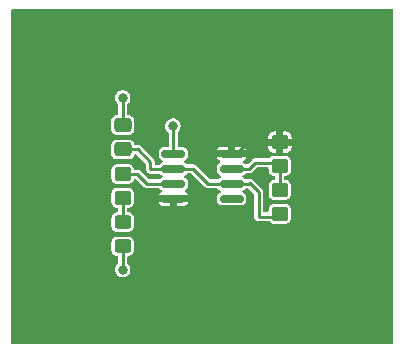
<source format=gbr>
%TF.GenerationSoftware,KiCad,Pcbnew,(6.0.11)*%
%TF.CreationDate,2023-09-04T13:57:39-04:00*%
%TF.ProjectId,BlinkyProject,426c696e-6b79-4507-926f-6a6563742e6b,rev?*%
%TF.SameCoordinates,Original*%
%TF.FileFunction,Copper,L1,Top*%
%TF.FilePolarity,Positive*%
%FSLAX46Y46*%
G04 Gerber Fmt 4.6, Leading zero omitted, Abs format (unit mm)*
G04 Created by KiCad (PCBNEW (6.0.11)) date 2023-09-04 13:57:39*
%MOMM*%
%LPD*%
G01*
G04 APERTURE LIST*
G04 Aperture macros list*
%AMRoundRect*
0 Rectangle with rounded corners*
0 $1 Rounding radius*
0 $2 $3 $4 $5 $6 $7 $8 $9 X,Y pos of 4 corners*
0 Add a 4 corners polygon primitive as box body*
4,1,4,$2,$3,$4,$5,$6,$7,$8,$9,$2,$3,0*
0 Add four circle primitives for the rounded corners*
1,1,$1+$1,$2,$3*
1,1,$1+$1,$4,$5*
1,1,$1+$1,$6,$7*
1,1,$1+$1,$8,$9*
0 Add four rect primitives between the rounded corners*
20,1,$1+$1,$2,$3,$4,$5,0*
20,1,$1+$1,$4,$5,$6,$7,0*
20,1,$1+$1,$6,$7,$8,$9,0*
20,1,$1+$1,$8,$9,$2,$3,0*%
G04 Aperture macros list end*
%TA.AperFunction,SMDPad,CuDef*%
%ADD10RoundRect,0.250000X0.450000X-0.325000X0.450000X0.325000X-0.450000X0.325000X-0.450000X-0.325000X0*%
%TD*%
%TA.AperFunction,SMDPad,CuDef*%
%ADD11RoundRect,0.250000X-0.450000X0.350000X-0.450000X-0.350000X0.450000X-0.350000X0.450000X0.350000X0*%
%TD*%
%TA.AperFunction,SMDPad,CuDef*%
%ADD12RoundRect,0.250000X0.475000X-0.337500X0.475000X0.337500X-0.475000X0.337500X-0.475000X-0.337500X0*%
%TD*%
%TA.AperFunction,SMDPad,CuDef*%
%ADD13RoundRect,0.150000X-0.825000X-0.150000X0.825000X-0.150000X0.825000X0.150000X-0.825000X0.150000X0*%
%TD*%
%TA.AperFunction,ViaPad*%
%ADD14C,0.800000*%
%TD*%
%TA.AperFunction,Conductor*%
%ADD15C,0.250000*%
%TD*%
G04 APERTURE END LIST*
D10*
%TO.P,D1,1,K*%
%TO.N,GND*%
X159525000Y-126980000D03*
%TO.P,D1,2,A*%
%TO.N,Net-(D1-Pad2)*%
X159525000Y-124930000D03*
%TD*%
D11*
%TO.P,R3,1*%
%TO.N,Net-(R3-Pad1)*%
X159525000Y-120855000D03*
%TO.P,R3,2*%
%TO.N,Net-(D1-Pad2)*%
X159525000Y-122855000D03*
%TD*%
D12*
%TO.P,C1,1*%
%TO.N,/THR*%
X159525000Y-118780000D03*
%TO.P,C1,2*%
%TO.N,GND*%
X159525000Y-116705000D03*
%TD*%
D13*
%TO.P,U1,1,GND*%
%TO.N,GND*%
X163800000Y-119150000D03*
%TO.P,U1,2,~{TRIG}*%
%TO.N,/THR*%
X163800000Y-120420000D03*
%TO.P,U1,3,OUT*%
%TO.N,Net-(R3-Pad1)*%
X163800000Y-121690000D03*
%TO.P,U1,4,~{RST}*%
%TO.N,/VDD*%
X163800000Y-122960000D03*
%TO.P,U1,5,CTRL*%
%TO.N,unconnected-(U1-Pad5)*%
X168750000Y-122960000D03*
%TO.P,U1,6,THR*%
%TO.N,/THR*%
X168750000Y-121690000D03*
%TO.P,U1,7,DIS*%
%TO.N,/DIS*%
X168750000Y-120420000D03*
%TO.P,U1,8,VDD*%
%TO.N,/VDD*%
X168750000Y-119150000D03*
%TD*%
D11*
%TO.P,R2,1*%
%TO.N,/DIS*%
X172825000Y-122205000D03*
%TO.P,R2,2*%
%TO.N,/THR*%
X172825000Y-124205000D03*
%TD*%
%TO.P,R1,1*%
%TO.N,/VDD*%
X172825000Y-118155000D03*
%TO.P,R1,2*%
%TO.N,/DIS*%
X172825000Y-120155000D03*
%TD*%
D14*
%TO.N,/VDD*%
X153525000Y-115155000D03*
X178975000Y-115555000D03*
%TO.N,GND*%
X159525000Y-128955000D03*
X163775000Y-116805000D03*
X159525000Y-114405000D03*
%TD*%
D15*
%TO.N,/VDD*%
X169126751Y-119150000D02*
X170121751Y-118155000D01*
X170121751Y-118155000D02*
X172825000Y-118155000D01*
X168750000Y-119150000D02*
X169126751Y-119150000D01*
%TO.N,GND*%
X163800000Y-116830000D02*
X163775000Y-116805000D01*
X159525000Y-126980000D02*
X159525000Y-128955000D01*
X159525000Y-116705000D02*
X159525000Y-114405000D01*
X163800000Y-119150000D02*
X163800000Y-116830000D01*
%TO.N,/THR*%
X161875000Y-119855000D02*
X161875000Y-120455000D01*
X165490000Y-120420000D02*
X166760000Y-121690000D01*
X161875000Y-120455000D02*
X163765000Y-120455000D01*
X172575000Y-124455000D02*
X172825000Y-124205000D01*
X163765000Y-120455000D02*
X163800000Y-120420000D01*
X160800000Y-118780000D02*
X161875000Y-119855000D01*
X171025000Y-122405000D02*
X171025000Y-124455000D01*
X170240000Y-121690000D02*
X170275000Y-121655000D01*
X171025000Y-124455000D02*
X172575000Y-124455000D01*
X168750000Y-121690000D02*
X170240000Y-121690000D01*
X170275000Y-121655000D02*
X171025000Y-122405000D01*
X163800000Y-120420000D02*
X165490000Y-120420000D01*
X159525000Y-118780000D02*
X160800000Y-118780000D01*
X166760000Y-121690000D02*
X168750000Y-121690000D01*
%TO.N,Net-(D1-Pad2)*%
X159525000Y-122855000D02*
X159525000Y-124930000D01*
%TO.N,/DIS*%
X170725000Y-119905000D02*
X172575000Y-119905000D01*
X168750000Y-120420000D02*
X170210000Y-120420000D01*
X172825000Y-120155000D02*
X172825000Y-122205000D01*
X170210000Y-120420000D02*
X170725000Y-119905000D01*
X172575000Y-119905000D02*
X172825000Y-120155000D01*
%TO.N,Net-(R3-Pad1)*%
X159525000Y-120855000D02*
X160775000Y-120855000D01*
X160775000Y-120855000D02*
X161610000Y-121690000D01*
X161610000Y-121690000D02*
X163800000Y-121690000D01*
%TD*%
%TA.AperFunction,Conductor*%
%TO.N,/VDD*%
G36*
X182367539Y-106925185D02*
G01*
X182413294Y-106977989D01*
X182424500Y-107029500D01*
X182424500Y-135130500D01*
X182404815Y-135197539D01*
X182352011Y-135243294D01*
X182300500Y-135254500D01*
X150199500Y-135254500D01*
X150132461Y-135234815D01*
X150086706Y-135182011D01*
X150075500Y-135130500D01*
X150075500Y-126607623D01*
X158574500Y-126607623D01*
X158574501Y-127352376D01*
X158581149Y-127413580D01*
X158631474Y-127547824D01*
X158717454Y-127662546D01*
X158724519Y-127667841D01*
X158825109Y-127743230D01*
X158825111Y-127743231D01*
X158832176Y-127748526D01*
X158966420Y-127798851D01*
X158993846Y-127801831D01*
X159024286Y-127805138D01*
X159024296Y-127805139D01*
X159027623Y-127805500D01*
X159030981Y-127805500D01*
X159032202Y-127805566D01*
X159098080Y-127828846D01*
X159140914Y-127884046D01*
X159149500Y-127929385D01*
X159149500Y-128362915D01*
X159129815Y-128429954D01*
X159107015Y-128456357D01*
X159038034Y-128516533D01*
X158947501Y-128645348D01*
X158890309Y-128792039D01*
X158869758Y-128948138D01*
X158870578Y-128955566D01*
X158870578Y-128955568D01*
X158872474Y-128972744D01*
X158887035Y-129104633D01*
X158941143Y-129252490D01*
X159028958Y-129383172D01*
X159051183Y-129403395D01*
X159139878Y-129484102D01*
X159139882Y-129484105D01*
X159145410Y-129489135D01*
X159283776Y-129564262D01*
X159386031Y-129591088D01*
X159428841Y-129602319D01*
X159428843Y-129602319D01*
X159436069Y-129604215D01*
X159513127Y-129605425D01*
X159586025Y-129606571D01*
X159586028Y-129606571D01*
X159593495Y-129606688D01*
X159600776Y-129605020D01*
X159600780Y-129605020D01*
X159739681Y-129573207D01*
X159746968Y-129571538D01*
X159887625Y-129500795D01*
X159893306Y-129495943D01*
X159893309Y-129495941D01*
X160001666Y-129403395D01*
X160001667Y-129403394D01*
X160007348Y-129398542D01*
X160018393Y-129383172D01*
X160038798Y-129354775D01*
X160099224Y-129270683D01*
X160157950Y-129124598D01*
X160159793Y-129111649D01*
X160179562Y-128972744D01*
X160179562Y-128972740D01*
X160180134Y-128968723D01*
X160180278Y-128955000D01*
X160161363Y-128798694D01*
X160105710Y-128651412D01*
X160097337Y-128639229D01*
X160020768Y-128527821D01*
X160020765Y-128527818D01*
X160016531Y-128521657D01*
X159942011Y-128455262D01*
X159905052Y-128395968D01*
X159900500Y-128362679D01*
X159900500Y-127929384D01*
X159920185Y-127862345D01*
X159972989Y-127816590D01*
X160017796Y-127805565D01*
X160019015Y-127805499D01*
X160022376Y-127805499D01*
X160083580Y-127798851D01*
X160217824Y-127748526D01*
X160224889Y-127743231D01*
X160224891Y-127743230D01*
X160325481Y-127667841D01*
X160332546Y-127662546D01*
X160418526Y-127547824D01*
X160468851Y-127413580D01*
X160475500Y-127352377D01*
X160475499Y-126607624D01*
X160468851Y-126546420D01*
X160418526Y-126412176D01*
X160332546Y-126297454D01*
X160325481Y-126292159D01*
X160224891Y-126216770D01*
X160224889Y-126216769D01*
X160217824Y-126211474D01*
X160083580Y-126161149D01*
X160022377Y-126154500D01*
X159525075Y-126154500D01*
X159027624Y-126154501D01*
X158966420Y-126161149D01*
X158832176Y-126211474D01*
X158825111Y-126216769D01*
X158825109Y-126216770D01*
X158724519Y-126292159D01*
X158717454Y-126297454D01*
X158631474Y-126412176D01*
X158581149Y-126546420D01*
X158574500Y-126607623D01*
X150075500Y-126607623D01*
X150075500Y-124557623D01*
X158574500Y-124557623D01*
X158574501Y-125302376D01*
X158581149Y-125363580D01*
X158631474Y-125497824D01*
X158717454Y-125612546D01*
X158724519Y-125617841D01*
X158825109Y-125693230D01*
X158825111Y-125693231D01*
X158832176Y-125698526D01*
X158966420Y-125748851D01*
X159027623Y-125755500D01*
X159524926Y-125755500D01*
X160022376Y-125755499D01*
X160083580Y-125748851D01*
X160217824Y-125698526D01*
X160224889Y-125693231D01*
X160224891Y-125693230D01*
X160325481Y-125617841D01*
X160332546Y-125612546D01*
X160418526Y-125497824D01*
X160468851Y-125363580D01*
X160475500Y-125302377D01*
X160475499Y-124557624D01*
X160468851Y-124496420D01*
X160418526Y-124362176D01*
X160332546Y-124247454D01*
X160325481Y-124242159D01*
X160224891Y-124166770D01*
X160224889Y-124166769D01*
X160217824Y-124161474D01*
X160083580Y-124111149D01*
X160056154Y-124108169D01*
X160025714Y-124104862D01*
X160025704Y-124104861D01*
X160022377Y-124104500D01*
X160019019Y-124104500D01*
X160017798Y-124104434D01*
X159951920Y-124081154D01*
X159909086Y-124025954D01*
X159900500Y-123980615D01*
X159900500Y-123829384D01*
X159920185Y-123762345D01*
X159972989Y-123716590D01*
X160017796Y-123705565D01*
X160019015Y-123705499D01*
X160022376Y-123705499D01*
X160083580Y-123698851D01*
X160217824Y-123648526D01*
X160224889Y-123643231D01*
X160224891Y-123643230D01*
X160325481Y-123567841D01*
X160332546Y-123562546D01*
X160371553Y-123510500D01*
X160413230Y-123454891D01*
X160413231Y-123454889D01*
X160418526Y-123447824D01*
X160424778Y-123431148D01*
X160453232Y-123355244D01*
X160468851Y-123313580D01*
X160473558Y-123270253D01*
X162554309Y-123270253D01*
X162569742Y-123314202D01*
X162578320Y-123330402D01*
X162647703Y-123424339D01*
X162660661Y-123437297D01*
X162754598Y-123506680D01*
X162770798Y-123515258D01*
X162882597Y-123554518D01*
X162897248Y-123557733D01*
X162918315Y-123559725D01*
X162924160Y-123560000D01*
X163482170Y-123560000D01*
X163497169Y-123555596D01*
X163498356Y-123554226D01*
X163500000Y-123546668D01*
X163500000Y-123542169D01*
X164100000Y-123542169D01*
X164104404Y-123557168D01*
X164105774Y-123558355D01*
X164113332Y-123559999D01*
X164675857Y-123559999D01*
X164681670Y-123559725D01*
X164702748Y-123557733D01*
X164717406Y-123554518D01*
X164829202Y-123515258D01*
X164845402Y-123506680D01*
X164939339Y-123437297D01*
X164952297Y-123424339D01*
X165021680Y-123330402D01*
X165030258Y-123314202D01*
X165043385Y-123276822D01*
X165044107Y-123262962D01*
X165038426Y-123260000D01*
X164117830Y-123260000D01*
X164102831Y-123264404D01*
X164101644Y-123265774D01*
X164100000Y-123273332D01*
X164100000Y-123542169D01*
X163500000Y-123542169D01*
X163500000Y-123277830D01*
X163495596Y-123262831D01*
X163494226Y-123261644D01*
X163486668Y-123260000D01*
X162568538Y-123260000D01*
X162555221Y-123263910D01*
X162554309Y-123270253D01*
X160473558Y-123270253D01*
X160475500Y-123252377D01*
X160475499Y-122457624D01*
X160468851Y-122396420D01*
X160418526Y-122262176D01*
X160412065Y-122253554D01*
X160337841Y-122154519D01*
X160332546Y-122147454D01*
X160249540Y-122085244D01*
X160224891Y-122066770D01*
X160224889Y-122066769D01*
X160217824Y-122061474D01*
X160083580Y-122011149D01*
X160022377Y-122004500D01*
X159525075Y-122004500D01*
X159027624Y-122004501D01*
X158966420Y-122011149D01*
X158832176Y-122061474D01*
X158825111Y-122066769D01*
X158825109Y-122066770D01*
X158800460Y-122085244D01*
X158717454Y-122147454D01*
X158712159Y-122154519D01*
X158637936Y-122253554D01*
X158631474Y-122262176D01*
X158581149Y-122396420D01*
X158574500Y-122457623D01*
X158574501Y-123252376D01*
X158581149Y-123313580D01*
X158596768Y-123355244D01*
X158625223Y-123431148D01*
X158631474Y-123447824D01*
X158636769Y-123454889D01*
X158636770Y-123454891D01*
X158678447Y-123510500D01*
X158717454Y-123562546D01*
X158724519Y-123567841D01*
X158825109Y-123643230D01*
X158825111Y-123643231D01*
X158832176Y-123648526D01*
X158966420Y-123698851D01*
X158993846Y-123701831D01*
X159024286Y-123705138D01*
X159024296Y-123705139D01*
X159027623Y-123705500D01*
X159030981Y-123705500D01*
X159032202Y-123705566D01*
X159098080Y-123728846D01*
X159140914Y-123784046D01*
X159149500Y-123829385D01*
X159149500Y-123980616D01*
X159129815Y-124047655D01*
X159077011Y-124093410D01*
X159032204Y-124104435D01*
X159030985Y-124104501D01*
X159027624Y-124104501D01*
X158966420Y-124111149D01*
X158832176Y-124161474D01*
X158825111Y-124166769D01*
X158825109Y-124166770D01*
X158724519Y-124242159D01*
X158717454Y-124247454D01*
X158631474Y-124362176D01*
X158581149Y-124496420D01*
X158574500Y-124557623D01*
X150075500Y-124557623D01*
X150075500Y-118395123D01*
X158549500Y-118395123D01*
X158549501Y-119164876D01*
X158556149Y-119226080D01*
X158606474Y-119360324D01*
X158611769Y-119367389D01*
X158611770Y-119367391D01*
X158667806Y-119442159D01*
X158692454Y-119475046D01*
X158699519Y-119480341D01*
X158800109Y-119555730D01*
X158800111Y-119555731D01*
X158807176Y-119561026D01*
X158815444Y-119564126D01*
X158815445Y-119564126D01*
X158835316Y-119571575D01*
X158941420Y-119611351D01*
X159002623Y-119618000D01*
X159524922Y-119618000D01*
X160047376Y-119617999D01*
X160108580Y-119611351D01*
X160214684Y-119571575D01*
X160234555Y-119564126D01*
X160234556Y-119564126D01*
X160242824Y-119561026D01*
X160249889Y-119555731D01*
X160249891Y-119555730D01*
X160350481Y-119480341D01*
X160357546Y-119475046D01*
X160382194Y-119442159D01*
X160438230Y-119367391D01*
X160438231Y-119367389D01*
X160443526Y-119360324D01*
X160452518Y-119336339D01*
X160486556Y-119245539D01*
X160528521Y-119189676D01*
X160594025Y-119165367D01*
X160662274Y-119180333D01*
X160690347Y-119201385D01*
X161463181Y-119974219D01*
X161496666Y-120035542D01*
X161499500Y-120061900D01*
X161499500Y-120433110D01*
X161499038Y-120443809D01*
X161497842Y-120457624D01*
X161495482Y-120484869D01*
X161497953Y-120494816D01*
X161497953Y-120494817D01*
X161505820Y-120526488D01*
X161507794Y-120536022D01*
X161511173Y-120556321D01*
X161514833Y-120578313D01*
X161519698Y-120587330D01*
X161521245Y-120591849D01*
X161523147Y-120596243D01*
X161525618Y-120606191D01*
X161535085Y-120620853D01*
X161548876Y-120642211D01*
X161553829Y-120650585D01*
X161574194Y-120688329D01*
X161581719Y-120695286D01*
X161584653Y-120699068D01*
X161587871Y-120702605D01*
X161593428Y-120711210D01*
X161601474Y-120717553D01*
X161627096Y-120737752D01*
X161634499Y-120744075D01*
X161658461Y-120766226D01*
X161658467Y-120766230D01*
X161665991Y-120773185D01*
X161675365Y-120777329D01*
X161679369Y-120779959D01*
X161683553Y-120782259D01*
X161691600Y-120788603D01*
X161701268Y-120791998D01*
X161732059Y-120802811D01*
X161741113Y-120806396D01*
X161780326Y-120823732D01*
X161790540Y-120824617D01*
X161798112Y-120826561D01*
X161802186Y-120827438D01*
X161809548Y-120830023D01*
X161815055Y-120830500D01*
X161853110Y-120830500D01*
X161863809Y-120830962D01*
X161894658Y-120833634D01*
X161894660Y-120833634D01*
X161904869Y-120834518D01*
X161914817Y-120832047D01*
X161925031Y-120831243D01*
X161925080Y-120831863D01*
X161936214Y-120830500D01*
X162617746Y-120830500D01*
X162684785Y-120850185D01*
X162705427Y-120866819D01*
X162736658Y-120898050D01*
X162803546Y-120932131D01*
X162827850Y-120944515D01*
X162878646Y-120992490D01*
X162895441Y-121060311D01*
X162872903Y-121126446D01*
X162827850Y-121165485D01*
X162736658Y-121211950D01*
X162670427Y-121278181D01*
X162609104Y-121311666D01*
X162582746Y-121314500D01*
X161816899Y-121314500D01*
X161749860Y-121294815D01*
X161729218Y-121278181D01*
X161078198Y-120627161D01*
X161063071Y-120608432D01*
X161062130Y-120607398D01*
X161056572Y-120598790D01*
X161030445Y-120578193D01*
X161026042Y-120574280D01*
X161025983Y-120574350D01*
X161022080Y-120571043D01*
X161018462Y-120567425D01*
X161002920Y-120556319D01*
X160998272Y-120552830D01*
X160958400Y-120521397D01*
X160949851Y-120518395D01*
X160942481Y-120513128D01*
X160893877Y-120498592D01*
X160888324Y-120496788D01*
X160847817Y-120482563D01*
X160847814Y-120482562D01*
X160840452Y-120479977D01*
X160834945Y-120479500D01*
X160832261Y-120479500D01*
X160829659Y-120479387D01*
X160829585Y-120479365D01*
X160829592Y-120479196D01*
X160828867Y-120479150D01*
X160822713Y-120477310D01*
X160812474Y-120477712D01*
X160812471Y-120477712D01*
X160769419Y-120479404D01*
X160764551Y-120479500D01*
X160585581Y-120479500D01*
X160518542Y-120459815D01*
X160472787Y-120407011D01*
X160469114Y-120396321D01*
X160468851Y-120396420D01*
X160421626Y-120270445D01*
X160421626Y-120270444D01*
X160418526Y-120262176D01*
X160404424Y-120243359D01*
X160337841Y-120154519D01*
X160332546Y-120147454D01*
X160292995Y-120117812D01*
X160224891Y-120066770D01*
X160224889Y-120066769D01*
X160217824Y-120061474D01*
X160083580Y-120011149D01*
X160022377Y-120004500D01*
X159525075Y-120004500D01*
X159027624Y-120004501D01*
X158966420Y-120011149D01*
X158832176Y-120061474D01*
X158825111Y-120066769D01*
X158825109Y-120066770D01*
X158757005Y-120117812D01*
X158717454Y-120147454D01*
X158712159Y-120154519D01*
X158645577Y-120243359D01*
X158631474Y-120262176D01*
X158581149Y-120396420D01*
X158574500Y-120457623D01*
X158574501Y-121252376D01*
X158581149Y-121313580D01*
X158631474Y-121447824D01*
X158636769Y-121454889D01*
X158636770Y-121454891D01*
X158712159Y-121555481D01*
X158717454Y-121562546D01*
X158724519Y-121567841D01*
X158825109Y-121643230D01*
X158825111Y-121643231D01*
X158832176Y-121648526D01*
X158966420Y-121698851D01*
X159027623Y-121705500D01*
X159524926Y-121705500D01*
X160022376Y-121705499D01*
X160083580Y-121698851D01*
X160217824Y-121648526D01*
X160224889Y-121643231D01*
X160224891Y-121643230D01*
X160325481Y-121567841D01*
X160332546Y-121562546D01*
X160337841Y-121555481D01*
X160413230Y-121454891D01*
X160413231Y-121454889D01*
X160418526Y-121447824D01*
X160421626Y-121439554D01*
X160421629Y-121439549D01*
X160464966Y-121323947D01*
X160506930Y-121268083D01*
X160572435Y-121243775D01*
X160640683Y-121258741D01*
X160668756Y-121279793D01*
X161306802Y-121917839D01*
X161321929Y-121936568D01*
X161322870Y-121937602D01*
X161328428Y-121946210D01*
X161336473Y-121952552D01*
X161354555Y-121966807D01*
X161358958Y-121970720D01*
X161359017Y-121970650D01*
X161362920Y-121973957D01*
X161366538Y-121977575D01*
X161370700Y-121980549D01*
X161382077Y-121988679D01*
X161386728Y-121992170D01*
X161426600Y-122023603D01*
X161435149Y-122026605D01*
X161442519Y-122031872D01*
X161452341Y-122034809D01*
X161452340Y-122034809D01*
X161491114Y-122046405D01*
X161496672Y-122048211D01*
X161537183Y-122062438D01*
X161537193Y-122062440D01*
X161544548Y-122065023D01*
X161550055Y-122065500D01*
X161552738Y-122065500D01*
X161555340Y-122065613D01*
X161555415Y-122065635D01*
X161555408Y-122065804D01*
X161556132Y-122065850D01*
X161562286Y-122067690D01*
X161572525Y-122067288D01*
X161572528Y-122067288D01*
X161615580Y-122065596D01*
X161620448Y-122065500D01*
X162582746Y-122065500D01*
X162649785Y-122085185D01*
X162670427Y-122101819D01*
X162736658Y-122168050D01*
X162745352Y-122172480D01*
X162745355Y-122172482D01*
X162769170Y-122184616D01*
X162819967Y-122232590D01*
X162836762Y-122300411D01*
X162814225Y-122366546D01*
X162770901Y-122404687D01*
X162754598Y-122413319D01*
X162660661Y-122482703D01*
X162647703Y-122495661D01*
X162578320Y-122589598D01*
X162569742Y-122605798D01*
X162556615Y-122643178D01*
X162555893Y-122657038D01*
X162561574Y-122660000D01*
X165031462Y-122660000D01*
X165044779Y-122656090D01*
X165045691Y-122649747D01*
X165030258Y-122605798D01*
X165021680Y-122589598D01*
X164952297Y-122495661D01*
X164939339Y-122482703D01*
X164845402Y-122413319D01*
X164829099Y-122404687D01*
X164779063Y-122355920D01*
X164763337Y-122287843D01*
X164786911Y-122222071D01*
X164830830Y-122184616D01*
X164854645Y-122172482D01*
X164854648Y-122172480D01*
X164863342Y-122168050D01*
X164953050Y-122078342D01*
X165010646Y-121965304D01*
X165025500Y-121871519D01*
X165025499Y-121508482D01*
X165010646Y-121414696D01*
X164953050Y-121301658D01*
X164863342Y-121211950D01*
X164772150Y-121165485D01*
X164721354Y-121117510D01*
X164704559Y-121049689D01*
X164727097Y-120983554D01*
X164772150Y-120944515D01*
X164796454Y-120932131D01*
X164863342Y-120898050D01*
X164929573Y-120831819D01*
X164990896Y-120798334D01*
X165017254Y-120795500D01*
X165283101Y-120795500D01*
X165350140Y-120815185D01*
X165370782Y-120831819D01*
X166456802Y-121917839D01*
X166471929Y-121936568D01*
X166472870Y-121937602D01*
X166478428Y-121946210D01*
X166486473Y-121952552D01*
X166504555Y-121966807D01*
X166508958Y-121970720D01*
X166509017Y-121970650D01*
X166512920Y-121973957D01*
X166516538Y-121977575D01*
X166520700Y-121980549D01*
X166532077Y-121988679D01*
X166536728Y-121992170D01*
X166576600Y-122023603D01*
X166585149Y-122026605D01*
X166592519Y-122031872D01*
X166602341Y-122034809D01*
X166602340Y-122034809D01*
X166641114Y-122046405D01*
X166646672Y-122048211D01*
X166687183Y-122062438D01*
X166687193Y-122062440D01*
X166694548Y-122065023D01*
X166700055Y-122065500D01*
X166702738Y-122065500D01*
X166705340Y-122065613D01*
X166705415Y-122065635D01*
X166705408Y-122065804D01*
X166706132Y-122065850D01*
X166712286Y-122067690D01*
X166722525Y-122067288D01*
X166722528Y-122067288D01*
X166765580Y-122065596D01*
X166770448Y-122065500D01*
X167532746Y-122065500D01*
X167599785Y-122085185D01*
X167620427Y-122101819D01*
X167686658Y-122168050D01*
X167722083Y-122186100D01*
X167777850Y-122214515D01*
X167828646Y-122262490D01*
X167845441Y-122330311D01*
X167822903Y-122396446D01*
X167777850Y-122435485D01*
X167686658Y-122481950D01*
X167596950Y-122571658D01*
X167539354Y-122684696D01*
X167524500Y-122778481D01*
X167524501Y-123141518D01*
X167539354Y-123235304D01*
X167596950Y-123348342D01*
X167686658Y-123438050D01*
X167799696Y-123495646D01*
X167828933Y-123500277D01*
X167888661Y-123509737D01*
X167888666Y-123509737D01*
X167893481Y-123510500D01*
X167898359Y-123510500D01*
X168750615Y-123510499D01*
X169606518Y-123510499D01*
X169688888Y-123497454D01*
X169690669Y-123497172D01*
X169690670Y-123497172D01*
X169700304Y-123495646D01*
X169813342Y-123438050D01*
X169903050Y-123348342D01*
X169960646Y-123235304D01*
X169975500Y-123141519D01*
X169975499Y-122778482D01*
X169960646Y-122684696D01*
X169903050Y-122571658D01*
X169813342Y-122481950D01*
X169722150Y-122435485D01*
X169671354Y-122387510D01*
X169654559Y-122319689D01*
X169677097Y-122253554D01*
X169722150Y-122214515D01*
X169777917Y-122186100D01*
X169813342Y-122168050D01*
X169879573Y-122101819D01*
X169940896Y-122068334D01*
X169967254Y-122065500D01*
X170103101Y-122065500D01*
X170170140Y-122085185D01*
X170190782Y-122101819D01*
X170613181Y-122524218D01*
X170646666Y-122585541D01*
X170649500Y-122611899D01*
X170649500Y-124433110D01*
X170649038Y-124443808D01*
X170645482Y-124484869D01*
X170647953Y-124494816D01*
X170647953Y-124494817D01*
X170655820Y-124526488D01*
X170657794Y-124536022D01*
X170661949Y-124560983D01*
X170664833Y-124578313D01*
X170669698Y-124587330D01*
X170671245Y-124591849D01*
X170673147Y-124596243D01*
X170675618Y-124606191D01*
X170681179Y-124614803D01*
X170698876Y-124642211D01*
X170703829Y-124650585D01*
X170724194Y-124688329D01*
X170731719Y-124695286D01*
X170734653Y-124699068D01*
X170737871Y-124702605D01*
X170743428Y-124711210D01*
X170751474Y-124717553D01*
X170777096Y-124737752D01*
X170784499Y-124744075D01*
X170808461Y-124766226D01*
X170808467Y-124766230D01*
X170815991Y-124773185D01*
X170825365Y-124777329D01*
X170829369Y-124779959D01*
X170833553Y-124782259D01*
X170841600Y-124788603D01*
X170851268Y-124791998D01*
X170882059Y-124802811D01*
X170891113Y-124806396D01*
X170930326Y-124823732D01*
X170940540Y-124824617D01*
X170948112Y-124826561D01*
X170952186Y-124827438D01*
X170959548Y-124830023D01*
X170965055Y-124830500D01*
X171003110Y-124830500D01*
X171013809Y-124830962D01*
X171044658Y-124833634D01*
X171044660Y-124833634D01*
X171054869Y-124834518D01*
X171064817Y-124832047D01*
X171075031Y-124831243D01*
X171075080Y-124831863D01*
X171086214Y-124830500D01*
X171893937Y-124830500D01*
X171960976Y-124850185D01*
X171993160Y-124880131D01*
X172017454Y-124912546D01*
X172024519Y-124917841D01*
X172024520Y-124917842D01*
X172125109Y-124993230D01*
X172125111Y-124993231D01*
X172132176Y-124998526D01*
X172266420Y-125048851D01*
X172327623Y-125055500D01*
X172824926Y-125055500D01*
X173322376Y-125055499D01*
X173383580Y-125048851D01*
X173517824Y-124998526D01*
X173524889Y-124993231D01*
X173524891Y-124993230D01*
X173625481Y-124917841D01*
X173632546Y-124912546D01*
X173637841Y-124905481D01*
X173713230Y-124804891D01*
X173713231Y-124804889D01*
X173718526Y-124797824D01*
X173768851Y-124663580D01*
X173775500Y-124602377D01*
X173775499Y-123807624D01*
X173768851Y-123746420D01*
X173718526Y-123612176D01*
X173677300Y-123557168D01*
X173637841Y-123504519D01*
X173632546Y-123497454D01*
X173575755Y-123454891D01*
X173524891Y-123416770D01*
X173524889Y-123416769D01*
X173517824Y-123411474D01*
X173383580Y-123361149D01*
X173322377Y-123354500D01*
X172825075Y-123354500D01*
X172327624Y-123354501D01*
X172266420Y-123361149D01*
X172132176Y-123411474D01*
X172125111Y-123416769D01*
X172125109Y-123416770D01*
X172074245Y-123454891D01*
X172017454Y-123497454D01*
X172012159Y-123504519D01*
X171972701Y-123557168D01*
X171931474Y-123612176D01*
X171881149Y-123746420D01*
X171874500Y-123807623D01*
X171874500Y-123955500D01*
X171854815Y-124022539D01*
X171802011Y-124068294D01*
X171750500Y-124079500D01*
X171524500Y-124079500D01*
X171457461Y-124059815D01*
X171411706Y-124007011D01*
X171400500Y-123955500D01*
X171400500Y-122458281D01*
X171403046Y-122434356D01*
X171403112Y-122432952D01*
X171405269Y-122422934D01*
X171403110Y-122404687D01*
X171401359Y-122389898D01*
X171401012Y-122384016D01*
X171400922Y-122384023D01*
X171400500Y-122378918D01*
X171400500Y-122373807D01*
X171397361Y-122354947D01*
X171396539Y-122349168D01*
X171391781Y-122308968D01*
X171391780Y-122308966D01*
X171390576Y-122298790D01*
X171386654Y-122290623D01*
X171385167Y-122281687D01*
X171361077Y-122237042D01*
X171358425Y-122231837D01*
X171339840Y-122193133D01*
X171336463Y-122186100D01*
X171332906Y-122181869D01*
X171331020Y-122179983D01*
X171329249Y-122178053D01*
X171329221Y-122178000D01*
X171329348Y-122177883D01*
X171328857Y-122177326D01*
X171325806Y-122171671D01*
X171314423Y-122161148D01*
X171286619Y-122135447D01*
X171283109Y-122132072D01*
X170555998Y-121404961D01*
X170548760Y-121397069D01*
X170528834Y-121373364D01*
X170528829Y-121373360D01*
X170522239Y-121365520D01*
X170485510Y-121343407D01*
X170477373Y-121338062D01*
X170467706Y-121331154D01*
X170442481Y-121313128D01*
X170432661Y-121310191D01*
X170428358Y-121308083D01*
X170423918Y-121306325D01*
X170415142Y-121301042D01*
X170373226Y-121292018D01*
X170363799Y-121289598D01*
X170339124Y-121282218D01*
X170332531Y-121280246D01*
X170332530Y-121280246D01*
X170322713Y-121277310D01*
X170312473Y-121277712D01*
X170307740Y-121277114D01*
X170302954Y-121276888D01*
X170292933Y-121274731D01*
X170282760Y-121275935D01*
X170282759Y-121275935D01*
X170275057Y-121276847D01*
X170250334Y-121279773D01*
X170240642Y-121280534D01*
X170228252Y-121281021D01*
X170208045Y-121281815D01*
X170208042Y-121281816D01*
X170197801Y-121282218D01*
X170188241Y-121285917D01*
X170183545Y-121286889D01*
X170178964Y-121288220D01*
X170168790Y-121289424D01*
X170142014Y-121302282D01*
X170088340Y-121314500D01*
X169967254Y-121314500D01*
X169900215Y-121294815D01*
X169879573Y-121278181D01*
X169813342Y-121211950D01*
X169722150Y-121165485D01*
X169671354Y-121117510D01*
X169654559Y-121049689D01*
X169677097Y-120983554D01*
X169722150Y-120944515D01*
X169746454Y-120932131D01*
X169813342Y-120898050D01*
X169879573Y-120831819D01*
X169940896Y-120798334D01*
X169967254Y-120795500D01*
X170156716Y-120795500D01*
X170180651Y-120798047D01*
X170182052Y-120798113D01*
X170192066Y-120800269D01*
X170202239Y-120799065D01*
X170225102Y-120796359D01*
X170230984Y-120796012D01*
X170230977Y-120795922D01*
X170236082Y-120795500D01*
X170241193Y-120795500D01*
X170260053Y-120792361D01*
X170265832Y-120791539D01*
X170306032Y-120786781D01*
X170306034Y-120786780D01*
X170316210Y-120785576D01*
X170324377Y-120781654D01*
X170333313Y-120780167D01*
X170377958Y-120756077D01*
X170383163Y-120753425D01*
X170421867Y-120734840D01*
X170421866Y-120734840D01*
X170428900Y-120731463D01*
X170433131Y-120727906D01*
X170435017Y-120726020D01*
X170436947Y-120724249D01*
X170437000Y-120724221D01*
X170437117Y-120724348D01*
X170437674Y-120723857D01*
X170443329Y-120720806D01*
X170452200Y-120711210D01*
X170479553Y-120681619D01*
X170482928Y-120678109D01*
X170844218Y-120316819D01*
X170905541Y-120283334D01*
X170931899Y-120280500D01*
X171750501Y-120280500D01*
X171817540Y-120300185D01*
X171863295Y-120352989D01*
X171874501Y-120404500D01*
X171874501Y-120552376D01*
X171881149Y-120613580D01*
X171915044Y-120703996D01*
X171926607Y-120734840D01*
X171931474Y-120747824D01*
X171936769Y-120754889D01*
X171936770Y-120754891D01*
X171994425Y-120831819D01*
X172017454Y-120862546D01*
X172024519Y-120867841D01*
X172125109Y-120943230D01*
X172125111Y-120943231D01*
X172132176Y-120948526D01*
X172266420Y-120998851D01*
X172293846Y-121001831D01*
X172324286Y-121005138D01*
X172324296Y-121005139D01*
X172327623Y-121005500D01*
X172330981Y-121005500D01*
X172332202Y-121005566D01*
X172398080Y-121028846D01*
X172440914Y-121084046D01*
X172449500Y-121129385D01*
X172449500Y-121230616D01*
X172429815Y-121297655D01*
X172377011Y-121343410D01*
X172332204Y-121354435D01*
X172330985Y-121354501D01*
X172327624Y-121354501D01*
X172266420Y-121361149D01*
X172170602Y-121397069D01*
X172149550Y-121404961D01*
X172132176Y-121411474D01*
X172125111Y-121416769D01*
X172125109Y-121416770D01*
X172074245Y-121454891D01*
X172017454Y-121497454D01*
X171931474Y-121612176D01*
X171881149Y-121746420D01*
X171874500Y-121807623D01*
X171874501Y-122602376D01*
X171881149Y-122663580D01*
X171931474Y-122797824D01*
X172017454Y-122912546D01*
X172024519Y-122917841D01*
X172125109Y-122993230D01*
X172125111Y-122993231D01*
X172132176Y-122998526D01*
X172266420Y-123048851D01*
X172327623Y-123055500D01*
X172824926Y-123055500D01*
X173322376Y-123055499D01*
X173383580Y-123048851D01*
X173517824Y-122998526D01*
X173524889Y-122993231D01*
X173524891Y-122993230D01*
X173625481Y-122917841D01*
X173632546Y-122912546D01*
X173718526Y-122797824D01*
X173768851Y-122663580D01*
X173775500Y-122602377D01*
X173775499Y-121807624D01*
X173768851Y-121746420D01*
X173718526Y-121612176D01*
X173632546Y-121497454D01*
X173575755Y-121454891D01*
X173524891Y-121416770D01*
X173524889Y-121416769D01*
X173517824Y-121411474D01*
X173500451Y-121404961D01*
X173478232Y-121396632D01*
X173383580Y-121361149D01*
X173356154Y-121358169D01*
X173325714Y-121354862D01*
X173325704Y-121354861D01*
X173322377Y-121354500D01*
X173319019Y-121354500D01*
X173317798Y-121354434D01*
X173251920Y-121331154D01*
X173209086Y-121275954D01*
X173200500Y-121230615D01*
X173200500Y-121129384D01*
X173220185Y-121062345D01*
X173272989Y-121016590D01*
X173317796Y-121005565D01*
X173319015Y-121005499D01*
X173322376Y-121005499D01*
X173383580Y-120998851D01*
X173517824Y-120948526D01*
X173524889Y-120943231D01*
X173524891Y-120943230D01*
X173625481Y-120867841D01*
X173632546Y-120862546D01*
X173655575Y-120831819D01*
X173713230Y-120754891D01*
X173713231Y-120754889D01*
X173718526Y-120747824D01*
X173723394Y-120734840D01*
X173734956Y-120703996D01*
X173768851Y-120613580D01*
X173775500Y-120552377D01*
X173775499Y-119757624D01*
X173768851Y-119696420D01*
X173725985Y-119582072D01*
X173721626Y-119570445D01*
X173721626Y-119570444D01*
X173718526Y-119562176D01*
X173709177Y-119549701D01*
X173637841Y-119454519D01*
X173632546Y-119447454D01*
X173590136Y-119415669D01*
X173524891Y-119366770D01*
X173524889Y-119366769D01*
X173517824Y-119361474D01*
X173492699Y-119352055D01*
X173450775Y-119336339D01*
X173383580Y-119311149D01*
X173322377Y-119304500D01*
X172825075Y-119304500D01*
X172327624Y-119304501D01*
X172266420Y-119311149D01*
X172199225Y-119336339D01*
X172157302Y-119352055D01*
X172132176Y-119361474D01*
X172125111Y-119366769D01*
X172125109Y-119366770D01*
X172035405Y-119434000D01*
X172017454Y-119447454D01*
X171993161Y-119479868D01*
X171937205Y-119521706D01*
X171893937Y-119529500D01*
X170778284Y-119529500D01*
X170754349Y-119526953D01*
X170752948Y-119526887D01*
X170742934Y-119524731D01*
X170732761Y-119525935D01*
X170709898Y-119528641D01*
X170704016Y-119528988D01*
X170704023Y-119529078D01*
X170698918Y-119529500D01*
X170693807Y-119529500D01*
X170674947Y-119532639D01*
X170669168Y-119533461D01*
X170628968Y-119538219D01*
X170628966Y-119538220D01*
X170618790Y-119539424D01*
X170610623Y-119543346D01*
X170601687Y-119544833D01*
X170557043Y-119568922D01*
X170551840Y-119571574D01*
X170506100Y-119593537D01*
X170501869Y-119597094D01*
X170499983Y-119598980D01*
X170498053Y-119600751D01*
X170498000Y-119600779D01*
X170497883Y-119600652D01*
X170497326Y-119601143D01*
X170491671Y-119604194D01*
X170484711Y-119611723D01*
X170484710Y-119611724D01*
X170455447Y-119643381D01*
X170452072Y-119646891D01*
X170090782Y-120008181D01*
X170029459Y-120041666D01*
X170003101Y-120044500D01*
X169967254Y-120044500D01*
X169900215Y-120024815D01*
X169879573Y-120008181D01*
X169813342Y-119941950D01*
X169804648Y-119937520D01*
X169804645Y-119937518D01*
X169780830Y-119925384D01*
X169730033Y-119877410D01*
X169713238Y-119809589D01*
X169735775Y-119743454D01*
X169779099Y-119705313D01*
X169795402Y-119696681D01*
X169889339Y-119627297D01*
X169902297Y-119614339D01*
X169971680Y-119520402D01*
X169980258Y-119504202D01*
X169993385Y-119466822D01*
X169994107Y-119452962D01*
X169988426Y-119450000D01*
X167518538Y-119450000D01*
X167505221Y-119453910D01*
X167504309Y-119460253D01*
X167519742Y-119504202D01*
X167528320Y-119520402D01*
X167597703Y-119614339D01*
X167610661Y-119627297D01*
X167704598Y-119696681D01*
X167720901Y-119705313D01*
X167770937Y-119754080D01*
X167786663Y-119822157D01*
X167763089Y-119887929D01*
X167719170Y-119925384D01*
X167695355Y-119937518D01*
X167695352Y-119937520D01*
X167686658Y-119941950D01*
X167596950Y-120031658D01*
X167539354Y-120144696D01*
X167524500Y-120238481D01*
X167524501Y-120601518D01*
X167539354Y-120695304D01*
X167596950Y-120808342D01*
X167686658Y-120898050D01*
X167753546Y-120932131D01*
X167777850Y-120944515D01*
X167828646Y-120992490D01*
X167845441Y-121060311D01*
X167822903Y-121126446D01*
X167777850Y-121165485D01*
X167686658Y-121211950D01*
X167620427Y-121278181D01*
X167559104Y-121311666D01*
X167532746Y-121314500D01*
X166966899Y-121314500D01*
X166899860Y-121294815D01*
X166879218Y-121278181D01*
X165793198Y-120192161D01*
X165778071Y-120173432D01*
X165777130Y-120172398D01*
X165771572Y-120163790D01*
X165750155Y-120146906D01*
X165745445Y-120143193D01*
X165741042Y-120139280D01*
X165740983Y-120139350D01*
X165737080Y-120136043D01*
X165733462Y-120132425D01*
X165717920Y-120121319D01*
X165713272Y-120117830D01*
X165673400Y-120086397D01*
X165664851Y-120083395D01*
X165657481Y-120078128D01*
X165608877Y-120063592D01*
X165603324Y-120061788D01*
X165562817Y-120047563D01*
X165562814Y-120047562D01*
X165555452Y-120044977D01*
X165549945Y-120044500D01*
X165547261Y-120044500D01*
X165544659Y-120044387D01*
X165544585Y-120044365D01*
X165544592Y-120044196D01*
X165543867Y-120044150D01*
X165537713Y-120042310D01*
X165527474Y-120042712D01*
X165527471Y-120042712D01*
X165484419Y-120044404D01*
X165479551Y-120044500D01*
X165017254Y-120044500D01*
X164950215Y-120024815D01*
X164929573Y-120008181D01*
X164863342Y-119941950D01*
X164772150Y-119895485D01*
X164721354Y-119847510D01*
X164704559Y-119779689D01*
X164727097Y-119713554D01*
X164772150Y-119674515D01*
X164796454Y-119662131D01*
X164863342Y-119628050D01*
X164953050Y-119538342D01*
X165010646Y-119425304D01*
X165015277Y-119396067D01*
X165024737Y-119336339D01*
X165024737Y-119336334D01*
X165025500Y-119331519D01*
X165025499Y-118968482D01*
X165010646Y-118874696D01*
X164996553Y-118847038D01*
X167505893Y-118847038D01*
X167511574Y-118850000D01*
X168432170Y-118850000D01*
X168447169Y-118845596D01*
X168448356Y-118844226D01*
X168450000Y-118836668D01*
X168450000Y-118832170D01*
X169050000Y-118832170D01*
X169054404Y-118847169D01*
X169055774Y-118848356D01*
X169063332Y-118850000D01*
X169981462Y-118850000D01*
X169994779Y-118846090D01*
X169995691Y-118839747D01*
X169980258Y-118795798D01*
X169971680Y-118779598D01*
X169902297Y-118685661D01*
X169889339Y-118672703D01*
X169795402Y-118603320D01*
X169779202Y-118594742D01*
X169667403Y-118555482D01*
X169652752Y-118552267D01*
X169631685Y-118550275D01*
X169625840Y-118550000D01*
X169067830Y-118550000D01*
X169052831Y-118554404D01*
X169051644Y-118555774D01*
X169050000Y-118563332D01*
X169050000Y-118832170D01*
X168450000Y-118832170D01*
X168450000Y-118567831D01*
X168445596Y-118552832D01*
X168444226Y-118551645D01*
X168436668Y-118550001D01*
X167874143Y-118550001D01*
X167868330Y-118550275D01*
X167847252Y-118552267D01*
X167832594Y-118555482D01*
X167720798Y-118594742D01*
X167704598Y-118603320D01*
X167610661Y-118672703D01*
X167597703Y-118685661D01*
X167528320Y-118779598D01*
X167519742Y-118795798D01*
X167506615Y-118833178D01*
X167505893Y-118847038D01*
X164996553Y-118847038D01*
X164953050Y-118761658D01*
X164863342Y-118671950D01*
X164750304Y-118614354D01*
X164721067Y-118609723D01*
X164661339Y-118600263D01*
X164661334Y-118600263D01*
X164656519Y-118599500D01*
X164299500Y-118599500D01*
X164232461Y-118579815D01*
X164201431Y-118544004D01*
X171825000Y-118544004D01*
X171825448Y-118551433D01*
X171834897Y-118629521D01*
X171838786Y-118644833D01*
X171888214Y-118769674D01*
X171896439Y-118784270D01*
X171977325Y-118890833D01*
X171989167Y-118902675D01*
X172095730Y-118983561D01*
X172110326Y-118991786D01*
X172235167Y-119041214D01*
X172250479Y-119045103D01*
X172328567Y-119054552D01*
X172335996Y-119055000D01*
X172507170Y-119055000D01*
X172522169Y-119050596D01*
X172523356Y-119049226D01*
X172525000Y-119041668D01*
X172525000Y-119037170D01*
X173125000Y-119037170D01*
X173129404Y-119052169D01*
X173130774Y-119053356D01*
X173138332Y-119055000D01*
X173314004Y-119055000D01*
X173321433Y-119054552D01*
X173399521Y-119045103D01*
X173414833Y-119041214D01*
X173539674Y-118991786D01*
X173554270Y-118983561D01*
X173660833Y-118902675D01*
X173672675Y-118890833D01*
X173753561Y-118784270D01*
X173761786Y-118769674D01*
X173811214Y-118644833D01*
X173815103Y-118629521D01*
X173824552Y-118551433D01*
X173825000Y-118544004D01*
X173825000Y-118472830D01*
X173820596Y-118457831D01*
X173819226Y-118456644D01*
X173811668Y-118455000D01*
X173142830Y-118455000D01*
X173127831Y-118459404D01*
X173126644Y-118460774D01*
X173125000Y-118468332D01*
X173125000Y-119037170D01*
X172525000Y-119037170D01*
X172525000Y-118472830D01*
X172520596Y-118457831D01*
X172519226Y-118456644D01*
X172511668Y-118455000D01*
X171842830Y-118455000D01*
X171827831Y-118459404D01*
X171826644Y-118460774D01*
X171825000Y-118468332D01*
X171825000Y-118544004D01*
X164201431Y-118544004D01*
X164186706Y-118527011D01*
X164175500Y-118475500D01*
X164175500Y-117837170D01*
X171825000Y-117837170D01*
X171829404Y-117852169D01*
X171830774Y-117853356D01*
X171838332Y-117855000D01*
X172507170Y-117855000D01*
X172522169Y-117850596D01*
X172523356Y-117849226D01*
X172525000Y-117841668D01*
X172525000Y-117837170D01*
X173125000Y-117837170D01*
X173129404Y-117852169D01*
X173130774Y-117853356D01*
X173138332Y-117855000D01*
X173807170Y-117855000D01*
X173822169Y-117850596D01*
X173823356Y-117849226D01*
X173825000Y-117841668D01*
X173825000Y-117765996D01*
X173824552Y-117758567D01*
X173815103Y-117680479D01*
X173811214Y-117665167D01*
X173761786Y-117540326D01*
X173753561Y-117525730D01*
X173672675Y-117419167D01*
X173660833Y-117407325D01*
X173554270Y-117326439D01*
X173539674Y-117318214D01*
X173414833Y-117268786D01*
X173399521Y-117264897D01*
X173321433Y-117255448D01*
X173314004Y-117255000D01*
X173142830Y-117255000D01*
X173127831Y-117259404D01*
X173126644Y-117260774D01*
X173125000Y-117268332D01*
X173125000Y-117837170D01*
X172525000Y-117837170D01*
X172525000Y-117272830D01*
X172520596Y-117257831D01*
X172519226Y-117256644D01*
X172511668Y-117255000D01*
X172335996Y-117255000D01*
X172328567Y-117255448D01*
X172250479Y-117264897D01*
X172235167Y-117268786D01*
X172110326Y-117318214D01*
X172095730Y-117326439D01*
X171989167Y-117407325D01*
X171977325Y-117419167D01*
X171896439Y-117525730D01*
X171888214Y-117540326D01*
X171838786Y-117665167D01*
X171834897Y-117680479D01*
X171825448Y-117758567D01*
X171825000Y-117765996D01*
X171825000Y-117837170D01*
X164175500Y-117837170D01*
X164175500Y-117375612D01*
X164195185Y-117308573D01*
X164218968Y-117281322D01*
X164251666Y-117253395D01*
X164257348Y-117248542D01*
X164268393Y-117233172D01*
X164322155Y-117158353D01*
X164349224Y-117120683D01*
X164407950Y-116974598D01*
X164409793Y-116961649D01*
X164429562Y-116822744D01*
X164429562Y-116822740D01*
X164430134Y-116818723D01*
X164430278Y-116805000D01*
X164411363Y-116648694D01*
X164355710Y-116501412D01*
X164347337Y-116489229D01*
X164270768Y-116377821D01*
X164270765Y-116377818D01*
X164266531Y-116371657D01*
X164148976Y-116266919D01*
X164009831Y-116193245D01*
X163857128Y-116154889D01*
X163775329Y-116154461D01*
X163707158Y-116154104D01*
X163707157Y-116154104D01*
X163699684Y-116154065D01*
X163692421Y-116155809D01*
X163692418Y-116155809D01*
X163623136Y-116172443D01*
X163546588Y-116190820D01*
X163406679Y-116263032D01*
X163288034Y-116366533D01*
X163197501Y-116495348D01*
X163140309Y-116642039D01*
X163119758Y-116798138D01*
X163120578Y-116805566D01*
X163120578Y-116805568D01*
X163122474Y-116822744D01*
X163137035Y-116954633D01*
X163191143Y-117102490D01*
X163278958Y-117233172D01*
X163383955Y-117328712D01*
X163420290Y-117388387D01*
X163424500Y-117420424D01*
X163424500Y-118475501D01*
X163404815Y-118542540D01*
X163352011Y-118588295D01*
X163300500Y-118599501D01*
X162943482Y-118599501D01*
X162870849Y-118611004D01*
X162859331Y-118612828D01*
X162859330Y-118612828D01*
X162849696Y-118614354D01*
X162736658Y-118671950D01*
X162646950Y-118761658D01*
X162589354Y-118874696D01*
X162574500Y-118968481D01*
X162574501Y-119331518D01*
X162589354Y-119425304D01*
X162646950Y-119538342D01*
X162736658Y-119628050D01*
X162803546Y-119662131D01*
X162827850Y-119674515D01*
X162878646Y-119722490D01*
X162895441Y-119790311D01*
X162872903Y-119856446D01*
X162827850Y-119895485D01*
X162736658Y-119941950D01*
X162646950Y-120031658D01*
X162646936Y-120031686D01*
X162595885Y-120071051D01*
X162550897Y-120079500D01*
X162374500Y-120079500D01*
X162307461Y-120059815D01*
X162261706Y-120007011D01*
X162250500Y-119955500D01*
X162250500Y-119908285D01*
X162253047Y-119884359D01*
X162253113Y-119882951D01*
X162255270Y-119872934D01*
X162254066Y-119862759D01*
X162254066Y-119862754D01*
X162251360Y-119839891D01*
X162251013Y-119834014D01*
X162250921Y-119834022D01*
X162250500Y-119828927D01*
X162250500Y-119823807D01*
X162249660Y-119818760D01*
X162249659Y-119818749D01*
X162247367Y-119804981D01*
X162246544Y-119799198D01*
X162241783Y-119758970D01*
X162241781Y-119758963D01*
X162240577Y-119748791D01*
X162236654Y-119740622D01*
X162235167Y-119731687D01*
X162230303Y-119722672D01*
X162230301Y-119722667D01*
X162211074Y-119687033D01*
X162208422Y-119681830D01*
X162191644Y-119646891D01*
X162186463Y-119636101D01*
X162182906Y-119631869D01*
X162180996Y-119629959D01*
X162179251Y-119628057D01*
X162179216Y-119627992D01*
X162179342Y-119627876D01*
X162178857Y-119627326D01*
X162175806Y-119621671D01*
X162167875Y-119614339D01*
X162136619Y-119585447D01*
X162133109Y-119582072D01*
X161103198Y-118552161D01*
X161088071Y-118533432D01*
X161087130Y-118532398D01*
X161081572Y-118523790D01*
X161055445Y-118503193D01*
X161051042Y-118499280D01*
X161050983Y-118499350D01*
X161047080Y-118496043D01*
X161043462Y-118492425D01*
X161027920Y-118481319D01*
X161023272Y-118477830D01*
X160983400Y-118446397D01*
X160974851Y-118443395D01*
X160967481Y-118438128D01*
X160918877Y-118423592D01*
X160913324Y-118421788D01*
X160872817Y-118407563D01*
X160872814Y-118407562D01*
X160865452Y-118404977D01*
X160859945Y-118404500D01*
X160857261Y-118404500D01*
X160854659Y-118404387D01*
X160854585Y-118404365D01*
X160854592Y-118404196D01*
X160853867Y-118404150D01*
X160847713Y-118402310D01*
X160837474Y-118402712D01*
X160837471Y-118402712D01*
X160794419Y-118404404D01*
X160789551Y-118404500D01*
X160606252Y-118404500D01*
X160539213Y-118384815D01*
X160493458Y-118332011D01*
X160490142Y-118324027D01*
X160446626Y-118207945D01*
X160446626Y-118207944D01*
X160443526Y-118199676D01*
X160357546Y-118084954D01*
X160350481Y-118079659D01*
X160249891Y-118004270D01*
X160249889Y-118004269D01*
X160242824Y-117998974D01*
X160108580Y-117948649D01*
X160047377Y-117942000D01*
X159525078Y-117942000D01*
X159002624Y-117942001D01*
X158941420Y-117948649D01*
X158807176Y-117998974D01*
X158800111Y-118004269D01*
X158800109Y-118004270D01*
X158699519Y-118079659D01*
X158692454Y-118084954D01*
X158606474Y-118199676D01*
X158556149Y-118333920D01*
X158549500Y-118395123D01*
X150075500Y-118395123D01*
X150075500Y-116320123D01*
X158549500Y-116320123D01*
X158549501Y-117089876D01*
X158556149Y-117151080D01*
X158588809Y-117238202D01*
X158596168Y-117257831D01*
X158606474Y-117285324D01*
X158611769Y-117292389D01*
X158611770Y-117292391D01*
X158683716Y-117388387D01*
X158692454Y-117400046D01*
X158699519Y-117405341D01*
X158800109Y-117480730D01*
X158800111Y-117480731D01*
X158807176Y-117486026D01*
X158941420Y-117536351D01*
X159002623Y-117543000D01*
X159524922Y-117543000D01*
X160047376Y-117542999D01*
X160108580Y-117536351D01*
X160242824Y-117486026D01*
X160249889Y-117480731D01*
X160249891Y-117480730D01*
X160350481Y-117405341D01*
X160357546Y-117400046D01*
X160366284Y-117388387D01*
X160438230Y-117292391D01*
X160438231Y-117292389D01*
X160443526Y-117285324D01*
X160453833Y-117257831D01*
X160491123Y-117158356D01*
X160493851Y-117151080D01*
X160500500Y-117089877D01*
X160500499Y-116320124D01*
X160493851Y-116258920D01*
X160443526Y-116124676D01*
X160357546Y-116009954D01*
X160350481Y-116004659D01*
X160249891Y-115929270D01*
X160249889Y-115929269D01*
X160242824Y-115923974D01*
X160108580Y-115873649D01*
X160047377Y-115867000D01*
X160024500Y-115867000D01*
X159957461Y-115847315D01*
X159911706Y-115794511D01*
X159900500Y-115743000D01*
X159900500Y-114996964D01*
X159920185Y-114929925D01*
X159943968Y-114902674D01*
X160001666Y-114853395D01*
X160007348Y-114848542D01*
X160018393Y-114833172D01*
X160038798Y-114804775D01*
X160099224Y-114720683D01*
X160157950Y-114574598D01*
X160159793Y-114561649D01*
X160179562Y-114422744D01*
X160179562Y-114422740D01*
X160180134Y-114418723D01*
X160180278Y-114405000D01*
X160161363Y-114248694D01*
X160105710Y-114101412D01*
X160097337Y-114089229D01*
X160020768Y-113977821D01*
X160020765Y-113977818D01*
X160016531Y-113971657D01*
X159898976Y-113866919D01*
X159759831Y-113793245D01*
X159607128Y-113754889D01*
X159525329Y-113754461D01*
X159457158Y-113754104D01*
X159457157Y-113754104D01*
X159449684Y-113754065D01*
X159442421Y-113755809D01*
X159442418Y-113755809D01*
X159373136Y-113772443D01*
X159296588Y-113790820D01*
X159156679Y-113863032D01*
X159038034Y-113966533D01*
X158947501Y-114095348D01*
X158890309Y-114242039D01*
X158869758Y-114398138D01*
X158870578Y-114405566D01*
X158870578Y-114405568D01*
X158872474Y-114422744D01*
X158887035Y-114554633D01*
X158941143Y-114702490D01*
X159028958Y-114833172D01*
X159108955Y-114905963D01*
X159145290Y-114965640D01*
X159149500Y-114997676D01*
X159149500Y-115743001D01*
X159129815Y-115810040D01*
X159077011Y-115855795D01*
X159025500Y-115867001D01*
X159002624Y-115867001D01*
X158941420Y-115873649D01*
X158807176Y-115923974D01*
X158800111Y-115929269D01*
X158800109Y-115929270D01*
X158699519Y-116004659D01*
X158692454Y-116009954D01*
X158606474Y-116124676D01*
X158556149Y-116258920D01*
X158549500Y-116320123D01*
X150075500Y-116320123D01*
X150075500Y-107029500D01*
X150095185Y-106962461D01*
X150147989Y-106916706D01*
X150199500Y-106905500D01*
X182300500Y-106905500D01*
X182367539Y-106925185D01*
G37*
%TD.AperFunction*%
%TD*%
M02*

</source>
